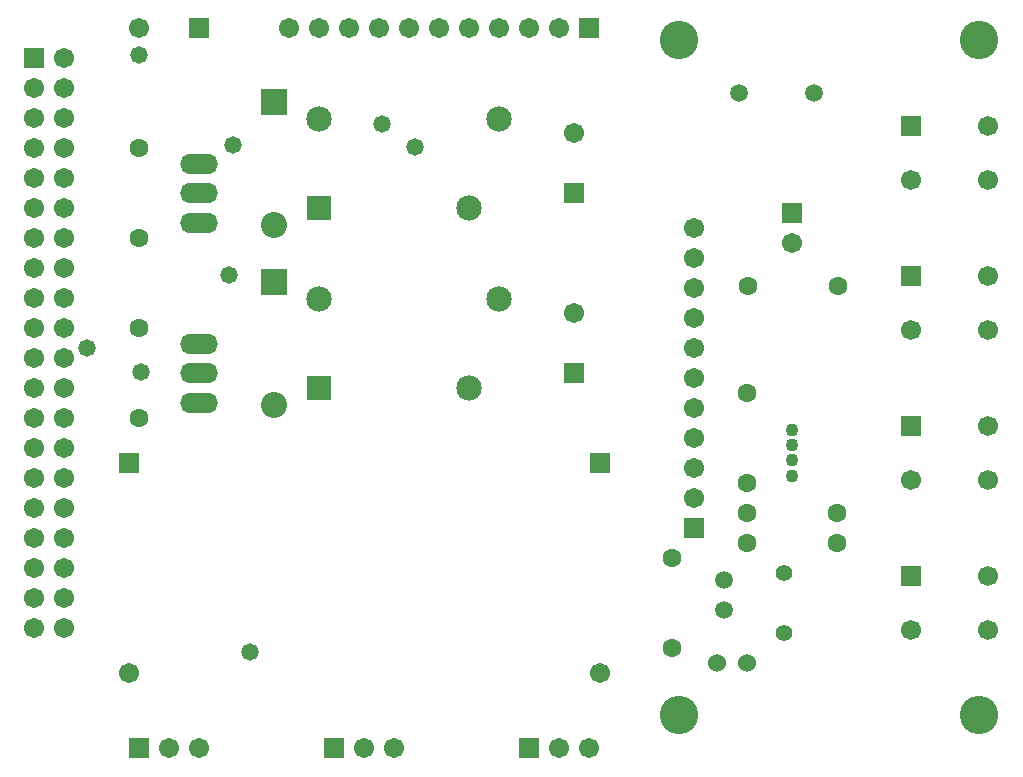
<source format=gbs>
G04*
G04 #@! TF.GenerationSoftware,Altium Limited,Altium Designer,21.1.1 (26)*
G04*
G04 Layer_Color=16711935*
%FSLAX25Y25*%
%MOIN*%
G70*
G04*
G04 #@! TF.SameCoordinates,592B810C-F54D-4935-B22E-3467A51DD14B*
G04*
G04*
G04 #@! TF.FilePolarity,Negative*
G04*
G01*
G75*
%ADD18C,0.06000*%
%ADD19R,0.06737X0.06737*%
%ADD20C,0.06737*%
%ADD21C,0.04300*%
%ADD22C,0.05918*%
%ADD23C,0.06706*%
%ADD24R,0.06706X0.06706*%
%ADD25C,0.06312*%
%ADD26C,0.06698*%
%ADD27R,0.06698X0.06698*%
%ADD28C,0.05524*%
%ADD29C,0.12800*%
%ADD30R,0.08674X0.08674*%
%ADD31C,0.08674*%
%ADD32R,0.08477X0.08477*%
%ADD33C,0.08477*%
%ADD34R,0.06706X0.06706*%
%ADD35O,0.12611X0.06706*%
%ADD36C,0.05800*%
D18*
X237500Y44000D02*
D03*
X247500D02*
D03*
D19*
X262500Y194000D02*
D03*
D20*
Y184000D02*
D03*
D21*
Y121700D02*
D03*
Y116600D02*
D03*
Y111500D02*
D03*
Y106400D02*
D03*
D22*
X245000Y234000D02*
D03*
X270000D02*
D03*
X240000Y61500D02*
D03*
Y71500D02*
D03*
D23*
X230000Y99000D02*
D03*
Y109000D02*
D03*
Y119000D02*
D03*
Y129000D02*
D03*
Y139000D02*
D03*
Y149000D02*
D03*
Y159000D02*
D03*
Y169000D02*
D03*
Y179000D02*
D03*
Y189000D02*
D03*
X45000Y255500D02*
D03*
X195000Y15500D02*
D03*
X185000D02*
D03*
X130000D02*
D03*
X120000D02*
D03*
X190000Y220500D02*
D03*
X20000Y55500D02*
D03*
Y65500D02*
D03*
Y75500D02*
D03*
Y85500D02*
D03*
Y95500D02*
D03*
Y105500D02*
D03*
Y115500D02*
D03*
Y125500D02*
D03*
Y135500D02*
D03*
Y145500D02*
D03*
Y155500D02*
D03*
Y165500D02*
D03*
Y175500D02*
D03*
Y185500D02*
D03*
Y195500D02*
D03*
Y205500D02*
D03*
Y215500D02*
D03*
Y225500D02*
D03*
Y235500D02*
D03*
Y245500D02*
D03*
X10000Y215500D02*
D03*
Y155500D02*
D03*
Y145500D02*
D03*
Y165500D02*
D03*
Y175500D02*
D03*
Y185500D02*
D03*
Y195500D02*
D03*
Y205500D02*
D03*
Y225500D02*
D03*
Y235500D02*
D03*
Y55500D02*
D03*
Y95500D02*
D03*
Y85500D02*
D03*
Y65500D02*
D03*
Y75500D02*
D03*
Y105500D02*
D03*
Y115500D02*
D03*
Y125500D02*
D03*
Y135500D02*
D03*
X190000Y160500D02*
D03*
X185000Y255500D02*
D03*
X175000D02*
D03*
X165000D02*
D03*
X155000D02*
D03*
X145000D02*
D03*
X135000D02*
D03*
X125000D02*
D03*
X115000D02*
D03*
X105000D02*
D03*
X95000D02*
D03*
X198500Y40500D02*
D03*
X41500D02*
D03*
X55000Y15500D02*
D03*
X65000D02*
D03*
D24*
X230000Y89000D02*
D03*
X190000Y200500D02*
D03*
X10000Y245500D02*
D03*
X190000Y140500D02*
D03*
D25*
X222500Y49000D02*
D03*
Y79000D02*
D03*
X278000Y169500D02*
D03*
X248000D02*
D03*
X247500Y104000D02*
D03*
Y134000D02*
D03*
X277500Y94000D02*
D03*
X247500D02*
D03*
X277500Y84000D02*
D03*
X247500D02*
D03*
X45000Y125500D02*
D03*
Y155500D02*
D03*
Y185500D02*
D03*
Y215500D02*
D03*
D26*
X327795Y72858D02*
D03*
Y55142D02*
D03*
X302205D02*
D03*
X327795Y122858D02*
D03*
Y105142D02*
D03*
X302205D02*
D03*
Y205142D02*
D03*
X327795D02*
D03*
Y222858D02*
D03*
Y172858D02*
D03*
Y155142D02*
D03*
X302205D02*
D03*
D27*
Y72858D02*
D03*
Y122858D02*
D03*
Y222858D02*
D03*
Y172858D02*
D03*
D28*
X260000Y54000D02*
D03*
Y74000D02*
D03*
D29*
X225000Y26500D02*
D03*
X325000D02*
D03*
Y251500D02*
D03*
X225000D02*
D03*
D30*
X90000Y171091D02*
D03*
Y231091D02*
D03*
D31*
Y129909D02*
D03*
Y189909D02*
D03*
D32*
X105000Y135539D02*
D03*
Y195539D02*
D03*
D33*
X155000Y135539D02*
D03*
X165000Y165461D02*
D03*
X105000D02*
D03*
X155000Y195539D02*
D03*
X165000Y225461D02*
D03*
X105000D02*
D03*
D34*
X65000Y255500D02*
D03*
X175000Y15500D02*
D03*
X110000D02*
D03*
X195000Y255500D02*
D03*
X41500Y110500D02*
D03*
X198500D02*
D03*
X45000Y15500D02*
D03*
D35*
X65000Y150343D02*
D03*
Y130657D02*
D03*
Y140500D02*
D03*
Y210343D02*
D03*
Y190657D02*
D03*
Y200500D02*
D03*
D36*
X76200Y216600D02*
D03*
X74800Y173400D02*
D03*
X136800Y216000D02*
D03*
X45500Y140961D02*
D03*
X82000Y47500D02*
D03*
X27415Y149035D02*
D03*
X126000Y223500D02*
D03*
X45000Y246500D02*
D03*
M02*

</source>
